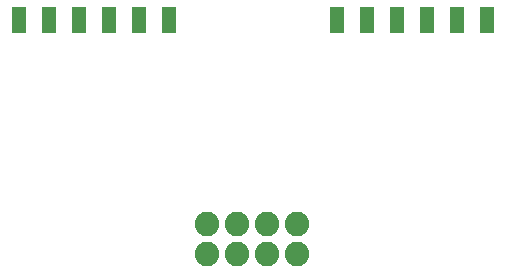
<source format=gbr>
G04 EAGLE Gerber RS-274X export*
G75*
%MOMM*%
%FSLAX34Y34*%
%LPD*%
%INSoldermask Top*%
%IPPOS*%
%AMOC8*
5,1,8,0,0,1.08239X$1,22.5*%
G01*
%ADD10R,1.223200X2.203200*%
%ADD11C,2.082800*%


D10*
X44450Y224000D03*
X69850Y224000D03*
X95250Y224000D03*
X120650Y224000D03*
X146050Y224000D03*
X171450Y224000D03*
X313690Y224000D03*
X339090Y224000D03*
X364490Y224000D03*
X389890Y224000D03*
X415290Y224000D03*
X440690Y224000D03*
D11*
X279400Y50800D03*
X279400Y25400D03*
X254000Y50800D03*
X254000Y25400D03*
X228600Y50800D03*
X228600Y25400D03*
X203200Y50800D03*
X203200Y25400D03*
M02*

</source>
